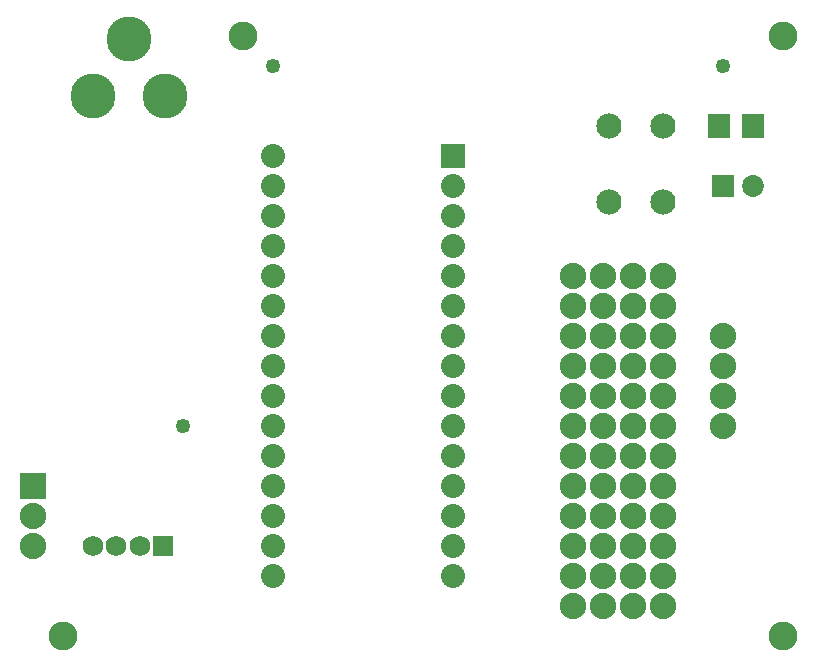
<source format=gts>
G04 MADE WITH FRITZING*
G04 WWW.FRITZING.ORG*
G04 DOUBLE SIDED*
G04 HOLES PLATED*
G04 CONTOUR ON CENTER OF CONTOUR VECTOR*
%ASAXBY*%
%FSLAX23Y23*%
%MOIN*%
%OFA0B0*%
%SFA1.0B1.0*%
%ADD10C,0.069200*%
%ADD11C,0.080000*%
%ADD12C,0.084000*%
%ADD13C,0.088000*%
%ADD14C,0.150000*%
%ADD15C,0.049370*%
%ADD16C,0.072992*%
%ADD17C,0.096614*%
%ADD18R,0.069200X0.069200*%
%ADD19R,0.079972X0.080000*%
%ADD20R,0.088000X0.088000*%
%ADD21R,0.072992X0.072992*%
%ADD22R,0.072992X0.080984*%
%LNMASK1*%
G90*
G70*
G54D10*
X535Y396D03*
X299Y396D03*
X377Y396D03*
X456Y396D03*
G54D11*
X1499Y1696D03*
X1499Y1596D03*
X1499Y1496D03*
X1499Y1396D03*
X1499Y1296D03*
X1499Y1196D03*
X1499Y1096D03*
X1499Y996D03*
X1499Y896D03*
X1499Y796D03*
X1499Y696D03*
X1499Y596D03*
X1499Y496D03*
X1499Y396D03*
X1499Y296D03*
X899Y1696D03*
X899Y1596D03*
X899Y1496D03*
X899Y1396D03*
X899Y1296D03*
X899Y1196D03*
X899Y1096D03*
X899Y996D03*
X899Y896D03*
X899Y796D03*
X899Y696D03*
X899Y596D03*
X899Y496D03*
X899Y396D03*
X899Y296D03*
X1499Y1696D03*
X1499Y1596D03*
X1499Y1496D03*
X1499Y1396D03*
X1499Y1296D03*
X1499Y1196D03*
X1499Y1096D03*
X1499Y996D03*
X1499Y896D03*
X1499Y796D03*
X1499Y696D03*
X1499Y596D03*
X1499Y496D03*
X1499Y396D03*
X1499Y296D03*
X899Y1696D03*
X899Y1596D03*
X899Y1496D03*
X899Y1396D03*
X899Y1296D03*
X899Y1196D03*
X899Y1096D03*
X899Y996D03*
X899Y896D03*
X899Y796D03*
X899Y696D03*
X899Y596D03*
X899Y496D03*
X899Y396D03*
X899Y296D03*
G54D12*
X2199Y1796D03*
X2199Y1540D03*
X2021Y1796D03*
X2021Y1540D03*
X2199Y1796D03*
X2199Y1540D03*
X2021Y1796D03*
X2021Y1540D03*
G54D13*
X2199Y396D03*
X2099Y396D03*
X1999Y396D03*
X1899Y396D03*
X2199Y796D03*
X2099Y796D03*
X1999Y796D03*
X1899Y796D03*
X2199Y1196D03*
X2099Y1196D03*
X1999Y1196D03*
X1899Y1196D03*
X2199Y496D03*
X2099Y496D03*
X1999Y496D03*
X1899Y496D03*
X2199Y896D03*
X2099Y896D03*
X1999Y896D03*
X1899Y896D03*
X2199Y196D03*
X2099Y196D03*
X1999Y196D03*
X1899Y196D03*
X2199Y296D03*
X2099Y296D03*
X1999Y296D03*
X1899Y296D03*
X2199Y596D03*
X2099Y596D03*
X1999Y596D03*
X1899Y596D03*
X2199Y696D03*
X2099Y696D03*
X1999Y696D03*
X1899Y696D03*
X2199Y996D03*
X2099Y996D03*
X1999Y996D03*
X1899Y996D03*
X2199Y1096D03*
X2099Y1096D03*
X1999Y1096D03*
X1899Y1096D03*
X2199Y1296D03*
X2099Y1296D03*
X1999Y1296D03*
X1899Y1296D03*
X99Y596D03*
X99Y496D03*
X99Y396D03*
G54D14*
X539Y1896D03*
X299Y1896D03*
X419Y2086D03*
X539Y1896D03*
X299Y1896D03*
X419Y2086D03*
G54D13*
X2399Y1096D03*
X2399Y996D03*
X2399Y896D03*
X2399Y796D03*
G54D15*
X599Y796D03*
X899Y1996D03*
G54D16*
X2400Y1596D03*
X2499Y1596D03*
G54D15*
X2399Y1996D03*
G54D17*
X2599Y2096D03*
X2599Y96D03*
X199Y96D03*
X799Y2096D03*
G54D18*
X535Y396D03*
G54D19*
X1499Y1696D03*
X1499Y1696D03*
G54D20*
X99Y596D03*
G54D21*
X2400Y1596D03*
G54D22*
X2499Y1796D03*
X2387Y1796D03*
G04 End of Mask1*
M02*
</source>
